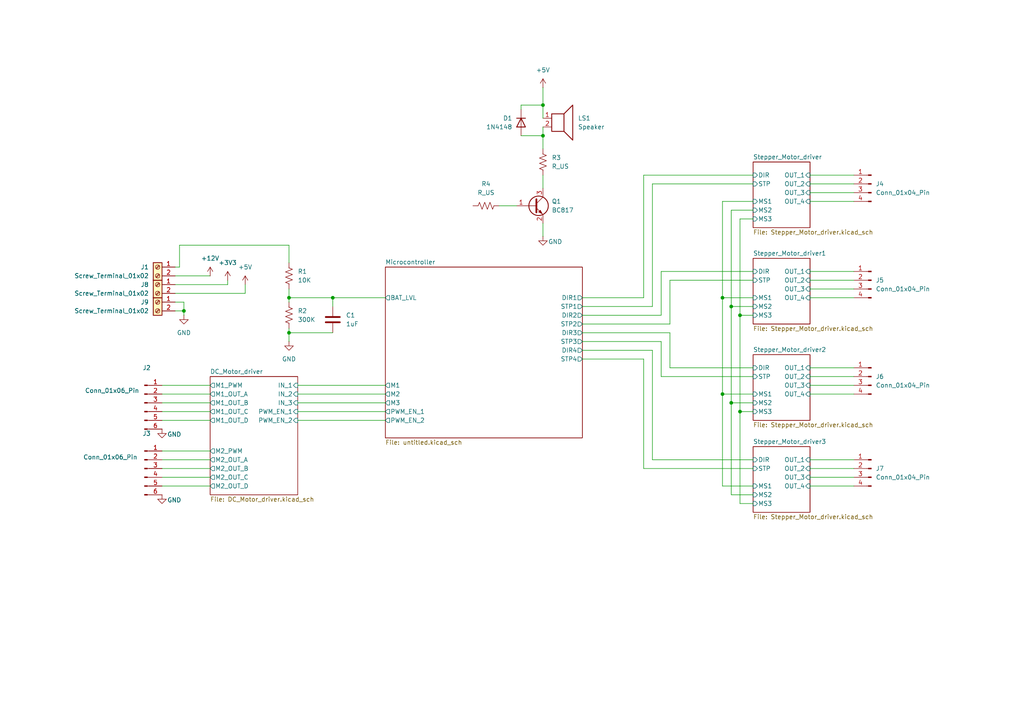
<source format=kicad_sch>
(kicad_sch (version 20250114) (generator "eeschema") (generator_version "9.0")
  (paper "A4")
  (lib_symbols
    (symbol "Connector:Conn_01x04_Pin" (pin_names (offset 1.016) (hide yes))
      (property "Reference" "J" (at 0 5.08 0))
      (property "Value" "Conn_01x04_Pin" (at 0 -7.62 0))
      (symbol "Conn_01x04_Pin_1_1"
        (rectangle (start 0.8636 2.667) (end 0 2.413) (stroke (width 0.1524)) (fill (type outline)))
        (rectangle (start 0.8636 0.127) (end 0 -0.127) (stroke (width 0.1524)) (fill (type outline)))
        (rectangle (start 0.8636 -2.413) (end 0 -2.667) (stroke (width 0.1524)) (fill (type outline)))
        (rectangle (start 0.8636 -4.953) (end 0 -5.207) (stroke (width 0.1524)) (fill (type outline)))
        (polyline (pts (xy 1.27 2.54) (xy 0.8636 2.54)) (stroke (width 0.1524)))
        (polyline (pts (xy 1.27 0) (xy 0.8636 0)) (stroke (width 0.1524)))
        (polyline (pts (xy 1.27 -2.54) (xy 0.8636 -2.54)) (stroke (width 0.1524)))
        (polyline (pts (xy 1.27 -5.08) (xy 0.8636 -5.08)) (stroke (width 0.1524)))
        (pin passive line (at 5.08 2.54 180) (length 3.81) (name "Pin_1") (number "1"))
        (pin passive line (at 5.08 0 180) (length 3.81) (name "Pin_2") (number "2"))
        (pin passive line (at 5.08 -2.54 180) (length 3.81) (name "Pin_3") (number "3"))
        (pin passive line (at 5.08 -5.08 180) (length 3.81) (name "Pin_4") (number "4"))
      )
    )
    (symbol "Connector:Conn_01x06_Pin" (pin_names (offset 1.016) (hide yes))
      (property "Reference" "J" (at 0 7.62 0))
      (property "Value" "Conn_01x06_Pin" (at 0 -10.16 0))
      (symbol "Conn_01x06_Pin_1_1"
        (rectangle (start 0.8636 5.207) (end 0 4.953) (stroke (width 0.1524)) (fill (type outline)))
        (rectangle (start 0.8636 2.667) (end 0 2.413) (stroke (width 0.1524)) (fill (type outline)))
        (rectangle (start 0.8636 0.127) (end 0 -0.127) (stroke (width 0.1524)) (fill (type outline)))
        (rectangle (start 0.8636 -2.413) (end 0 -2.667) (stroke (width 0.1524)) (fill (type outline)))
        (rectangle (start 0.8636 -4.953) (end 0 -5.207) (stroke (width 0.1524)) (fill (type outline)))
        (rectangle (start 0.8636 -7.493) (end 0 -7.747) (stroke (width 0.1524)) (fill (type outline)))
        (polyline (pts (xy 1.27 5.08) (xy 0.8636 5.08)) (stroke (width 0.1524)))
        (polyline (pts (xy 1.27 2.54) (xy 0.8636 2.54)) (stroke (width 0.1524)))
        (polyline (pts (xy 1.27 0) (xy 0.8636 0)) (stroke (width 0.1524)))
        (polyline (pts (xy 1.27 -2.54) (xy 0.8636 -2.54)) (stroke (width 0.1524)))
        (polyline (pts (xy 1.27 -5.08) (xy 0.8636 -5.08)) (stroke (width 0.1524)))
        (polyline (pts (xy 1.27 -7.62) (xy 0.8636 -7.62)) (stroke (width 0.1524)))
        (pin passive line (at 5.08 5.08 180) (length 3.81) (name "Pin_1") (number "1"))
        (pin passive line (at 5.08 2.54 180) (length 3.81) (name "Pin_2") (number "2"))
        (pin passive line (at 5.08 0 180) (length 3.81) (name "Pin_3") (number "3"))
        (pin passive line (at 5.08 -2.54 180) (length 3.81) (name "Pin_4") (number "4"))
        (pin passive line (at 5.08 -5.08 180) (length 3.81) (name "Pin_5") (number "5"))
        (pin passive line (at 5.08 -7.62 180) (length 3.81) (name "Pin_6") (number "6"))
      )
    )
    (symbol "Connector:Screw_Terminal_01x02" (pin_names (offset 1.016) (hide yes))
      (property "Reference" "J" (at 0 2.54 0))
      (property "Value" "Screw_Terminal_01x02" (at 0 -5.08 0))
      (symbol "Screw_Terminal_01x02_1_1"
        (rectangle (start -1.27 1.27) (end 1.27 -3.81) (stroke (width 0.254)) (fill (type background)))
        (polyline (pts (xy -0.5334 0.3302) (xy 0.3302 -0.508)) (stroke (width 0.1524)))
        (polyline (pts (xy -0.5334 -2.2098) (xy 0.3302 -3.048)) (stroke (width 0.1524)))
        (polyline (pts (xy -0.3556 0.508) (xy 0.508 -0.3302)) (stroke (width 0.1524)))
        (polyline (pts (xy -0.3556 -2.032) (xy 0.508 -2.8702)) (stroke (width 0.1524)))
        (circle (center 0 0) (radius 0.635) (stroke (width 0.1524)))
        (circle (center 0 -2.54) (radius 0.635) (stroke (width 0.1524)))
        (pin passive line (at -5.08 0 0) (length 3.81) (name "Pin_1") (number "1"))
        (pin passive line (at -5.08 -2.54 0) (length 3.81) (name "Pin_2") (number "2"))
      )
    )
    (symbol "Device:C" (pin_numbers (hide yes)) (pin_names (offset 0.254))
      (property "Reference" "C" (at 0.635 2.54 0))
      (property "Value" "C" (at 0.635 -2.54 0))
      (symbol "C_0_1"
        (polyline (pts (xy -2.032 0.762) (xy 2.032 0.762)) (stroke (width 0.508)))
        (polyline (pts (xy -2.032 -0.762) (xy 2.032 -0.762)) (stroke (width 0.508)))
      )
      (symbol "C_1_1"
        (pin passive line (at 0 3.81 270) (length 2.794) (name "~") (number "1"))
        (pin passive line (at 0 -3.81 90) (length 2.794) (name "~") (number "2"))
      )
    )
    (symbol "Device:R_US" (pin_numbers (hide yes)) (pin_names (offset 0))
      (property "Reference" "R" (at 2.54 0 90))
      (property "Value" "R_US" (at -2.54 0 90))
      (symbol "R_US_0_1"
        (polyline (pts (xy 0 2.286) (xy 0 2.54)))
        (polyline (pts (xy 0 2.286) (xy 1.016 1.905) (xy 0 1.524) (xy -1.016 1.143) (xy 0 0.762)))
        (polyline (pts (xy 0 0.762) (xy 1.016 0.381) (xy 0 0) (xy -1.016 -0.381) (xy 0 -0.762)))
        (polyline (pts (xy 0 -0.762) (xy 1.016 -1.143) (xy 0 -1.524) (xy -1.016 -1.905) (xy 0 -2.286)))
        (polyline (pts (xy 0 -2.286) (xy 0 -2.54)))
      )
      (symbol "R_US_1_1"
        (pin passive line (at 0 3.81 270) (length 1.27) (name "~") (number "1"))
        (pin passive line (at 0 -3.81 90) (length 1.27) (name "~") (number "2"))
      )
    )
    (symbol "Device:Speaker" (pin_names (offset 0) (hide yes))
      (property "Reference" "LS" (at 1.27 5.715 0))
      (property "Value" "Speaker" (at 1.27 3.81 0))
      (symbol "Speaker_0_0"
        (rectangle (start -2.54 1.27) (end 1.016 -3.81) (stroke (width 0.254)))
        (polyline (pts (xy 1.016 1.27) (xy 3.556 3.81) (xy 3.556 -6.35) (xy 1.016 -3.81)) (stroke (width 0.254)))
      )
      (symbol "Speaker_1_1"
        (pin input line (at -5.08 0 0) (length 2.54) (name "1") (number "1"))
        (pin input line (at -5.08 -2.54 0) (length 2.54) (name "2") (number "2"))
      )
    )
    (symbol "Diode:1N4148" (pin_numbers (hide yes)) (pin_names (hide yes))
      (property "Reference" "D" (at 0 2.54 0))
      (property "Value" "1N4148" (at 0 -2.54 0))
      (symbol "1N4148_0_1"
        (polyline (pts (xy -1.27 1.27) (xy -1.27 -1.27)) (stroke (width 0.254)))
        (polyline (pts (xy 1.27 1.27) (xy 1.27 -1.27) (xy -1.27 0) (xy 1.27 1.27)) (stroke (width 0.254)))
        (polyline (pts (xy 1.27 0) (xy -1.27 0)))
      )
      (symbol "1N4148_1_1"
        (pin passive line (at -3.81 0 0) (length 2.54) (name "K") (number "1"))
        (pin passive line (at 3.81 0 180) (length 2.54) (name "A") (number "2"))
      )
    )
    (symbol "Transistor_BJT:BC817" (pin_names (offset 0) (hide yes))
      (property "Reference" "Q" (at 5.08 1.905 0))
      (property "Value" "BC817" (at 5.08 0 0))
      (symbol "BC817_0_1"
        (polyline (pts (xy -2.54 0) (xy 0.635 0)))
        (polyline (pts (xy 0.635 1.905) (xy 0.635 -1.905)) (stroke (width 0.508)))
        (circle (center 1.27 0) (radius 2.8194) (stroke (width 0.254)))
      )
      (symbol "BC817_1_1"
        (polyline (pts (xy 0.635 0.635) (xy 2.54 2.54)))
        (polyline (pts (xy 0.635 -0.635) (xy 2.54 -2.54)))
        (polyline (pts (xy 1.27 -1.778) (xy 1.778 -1.27) (xy 2.286 -2.286) (xy 1.27 -1.778)) (fill (type outline)))
        (pin input line (at -5.08 0 0) (length 2.54) (name "B") (number "1"))
        (pin passive line (at 2.54 5.08 270) (length 2.54) (name "C") (number "3"))
        (pin passive line (at 2.54 -5.08 90) (length 2.54) (name "E") (number "2"))
      )
    )
    (symbol "power:+12V" (power) (pin_numbers (hide yes)) (pin_names (offset 0) (hide yes))
      (property "Value" "+12V" (at 0 3.556 0))
      (symbol "+12V_0_1"
        (polyline (pts (xy -0.762 1.27) (xy 0 2.54)))
        (polyline (pts (xy 0 2.54) (xy 0.762 1.27)))
        (polyline (pts (xy 0 0) (xy 0 2.54)))
      )
      (symbol "+12V_1_1"
        (pin power_in line (at 0 0 90) (length 0) (name "~") (number "1"))
      )
    )
    (symbol "power:+3V3" (power) (pin_numbers (hide yes)) (pin_names (offset 0) (hide yes))
      (property "Value" "+3V3" (at 0 3.556 0))
      (symbol "+3V3_0_1"
        (polyline (pts (xy -0.762 1.27) (xy 0 2.54)))
        (polyline (pts (xy 0 2.54) (xy 0.762 1.27)))
        (polyline (pts (xy 0 0) (xy 0 2.54)))
      )
      (symbol "+3V3_1_1"
        (pin power_in line (at 0 0 90) (length 0) (name "~") (number "1"))
      )
    )
    (symbol "power:+5V" (power) (pin_numbers (hide yes)) (pin_names (offset 0) (hide yes))
      (property "Value" "+5V" (at 0 3.556 0))
      (symbol "+5V_0_1"
        (polyline (pts (xy -0.762 1.27) (xy 0 2.54)))
        (polyline (pts (xy 0 2.54) (xy 0.762 1.27)))
        (polyline (pts (xy 0 0) (xy 0 2.54)))
      )
      (symbol "+5V_1_1"
        (pin power_in line (at 0 0 90) (length 0) (name "~") (number "1"))
      )
    )
    (symbol "power:GND" (power) (pin_numbers (hide yes)) (pin_names (offset 0) (hide yes))
      (property "Value" "GND" (at 0 -3.81 0))
      (symbol "GND_0_1"
        (polyline (pts (xy 0 0) (xy 0 -1.27) (xy 1.27 -1.27) (xy 0 -2.54) (xy -1.27 -1.27) (xy 0 -1.27)))
      )
      (symbol "GND_1_1"
        (pin power_in line (at 0 0 270) (length 0) (name "~") (number "1"))
      )
    )
  )
  (junction (at 214.63 91.44))
  (junction (at 214.63 119.38))
  (junction (at 209.55 86.36))
  (junction (at 96.52 86.36))
  (junction (at 157.48 30.48))
  (junction (at 157.48 39.37))
  (junction (at 83.82 86.36))
  (junction (at 212.09 88.9))
  (junction (at 83.82 96.52))
  (junction (at 209.55 114.3))
  (junction (at 53.34 90.17))
  (junction (at 212.09 116.84))
  (wire (pts (xy 209.55 86.36) (xy 209.55 114.3)))
  (wire (pts (xy 234.95 140.97) (xy 247.65 140.97)))
  (wire (pts (xy 71.12 82.55) (xy 71.12 85.09)))
  (wire (pts (xy 209.55 58.42) (xy 209.55 86.36)))
  (wire (pts (xy 157.48 39.37) (xy 157.48 36.83)))
  (wire (pts (xy 168.91 86.36) (xy 186.69 86.36)))
  (wire (pts (xy 96.52 86.36) (xy 83.82 86.36)))
  (wire (pts (xy 168.91 91.44) (xy 191.77 91.44)))
  (wire (pts (xy 234.95 106.68) (xy 247.65 106.68)))
  (wire (pts (xy 83.82 83.82) (xy 83.82 86.36)))
  (wire (pts (xy 50.8 87.63) (xy 53.34 87.63)))
  (wire (pts (xy 194.31 81.28) (xy 218.44 81.28)))
  (wire (pts (xy 52.07 77.47) (xy 50.8 77.47)))
  (wire (pts (xy 52.07 71.12) (xy 52.07 77.47)))
  (wire (pts (xy 60.96 121.92) (xy 46.99 121.92)))
  (wire (pts (xy 144.78 59.69) (xy 149.86 59.69)))
  (wire (pts (xy 151.13 39.37) (xy 157.48 39.37)))
  (wire (pts (xy 189.23 88.9) (xy 189.23 53.34)))
  (wire (pts (xy 86.36 114.3) (xy 111.76 114.3)))
  (wire (pts (xy 234.95 55.88) (xy 247.65 55.88)))
  (wire (pts (xy 214.63 119.38) (xy 214.63 91.44)))
  (wire (pts (xy 218.44 58.42) (xy 209.55 58.42)))
  (wire (pts (xy 234.95 78.74) (xy 247.65 78.74)))
  (wire (pts (xy 218.44 135.89) (xy 186.69 135.89)))
  (wire (pts (xy 66.04 82.55) (xy 66.04 81.28)))
  (wire (pts (xy 212.09 143.51) (xy 218.44 143.51)))
  (wire (pts (xy 50.8 82.55) (xy 66.04 82.55)))
  (wire (pts (xy 234.95 50.8) (xy 247.65 50.8)))
  (wire (pts (xy 212.09 88.9) (xy 218.44 88.9)))
  (wire (pts (xy 96.52 88.9) (xy 96.52 86.36)))
  (wire (pts (xy 234.95 109.22) (xy 247.65 109.22)))
  (wire (pts (xy 191.77 99.06) (xy 168.91 99.06)))
  (wire (pts (xy 234.95 58.42) (xy 247.65 58.42)))
  (wire (pts (xy 157.48 30.48) (xy 151.13 30.48)))
  (wire (pts (xy 234.95 133.35) (xy 247.65 133.35)))
  (wire (pts (xy 214.63 91.44) (xy 218.44 91.44)))
  (wire (pts (xy 194.31 106.68) (xy 218.44 106.68)))
  (wire (pts (xy 60.96 119.38) (xy 46.99 119.38)))
  (wire (pts (xy 50.8 80.01) (xy 60.96 80.01)))
  (wire (pts (xy 83.82 86.36) (xy 83.82 87.63)))
  (wire (pts (xy 234.95 111.76) (xy 247.65 111.76)))
  (wire (pts (xy 212.09 116.84) (xy 212.09 143.51)))
  (wire (pts (xy 83.82 95.25) (xy 83.82 96.52)))
  (wire (pts (xy 86.36 119.38) (xy 111.76 119.38)))
  (wire (pts (xy 186.69 50.8) (xy 218.44 50.8)))
  (wire (pts (xy 191.77 91.44) (xy 191.77 78.74)))
  (wire (pts (xy 86.36 116.84) (xy 111.76 116.84)))
  (wire (pts (xy 60.96 135.89) (xy 46.99 135.89)))
  (wire (pts (xy 157.48 25.4) (xy 157.48 30.48)))
  (wire (pts (xy 60.96 111.76) (xy 46.99 111.76)))
  (wire (pts (xy 194.31 96.52) (xy 194.31 106.68)))
  (wire (pts (xy 209.55 86.36) (xy 218.44 86.36)))
  (wire (pts (xy 234.95 83.82) (xy 247.65 83.82)))
  (wire (pts (xy 50.8 85.09) (xy 71.12 85.09)))
  (wire (pts (xy 83.82 96.52) (xy 83.82 99.06)))
  (wire (pts (xy 60.96 114.3) (xy 46.99 114.3)))
  (wire (pts (xy 86.36 121.92) (xy 111.76 121.92)))
  (wire (pts (xy 218.44 109.22) (xy 191.77 109.22)))
  (wire (pts (xy 60.96 130.81) (xy 46.99 130.81)))
  (wire (pts (xy 209.55 114.3) (xy 218.44 114.3)))
  (wire (pts (xy 212.09 60.96) (xy 218.44 60.96)))
  (wire (pts (xy 218.44 63.5) (xy 214.63 63.5)))
  (wire (pts (xy 60.96 138.43) (xy 46.99 138.43)))
  (wire (pts (xy 168.91 88.9) (xy 189.23 88.9)))
  (wire (pts (xy 86.36 111.76) (xy 111.76 111.76)))
  (wire (pts (xy 234.95 86.36) (xy 247.65 86.36)))
  (wire (pts (xy 189.23 101.6) (xy 189.23 133.35)))
  (wire (pts (xy 212.09 88.9) (xy 212.09 116.84)))
  (wire (pts (xy 186.69 135.89) (xy 186.69 104.14)))
  (wire (pts (xy 234.95 114.3) (xy 247.65 114.3)))
  (wire (pts (xy 212.09 60.96) (xy 212.09 88.9)))
  (wire (pts (xy 83.82 71.12) (xy 83.82 76.2)))
  (wire (pts (xy 83.82 71.12) (xy 52.07 71.12)))
  (wire (pts (xy 96.52 86.36) (xy 111.76 86.36)))
  (wire (pts (xy 53.34 90.17) (xy 53.34 91.44)))
  (wire (pts (xy 96.52 96.52) (xy 83.82 96.52)))
  (wire (pts (xy 194.31 93.98) (xy 194.31 81.28)))
  (wire (pts (xy 234.95 135.89) (xy 247.65 135.89)))
  (wire (pts (xy 214.63 146.05) (xy 214.63 119.38)))
  (wire (pts (xy 209.55 140.97) (xy 218.44 140.97)))
  (wire (pts (xy 157.48 34.29) (xy 157.48 30.48)))
  (wire (pts (xy 60.96 140.97) (xy 46.99 140.97)))
  (wire (pts (xy 234.95 81.28) (xy 247.65 81.28)))
  (wire (pts (xy 60.96 116.84) (xy 46.99 116.84)))
  (wire (pts (xy 191.77 109.22) (xy 191.77 99.06)))
  (wire (pts (xy 234.95 138.43) (xy 247.65 138.43)))
  (wire (pts (xy 214.63 63.5) (xy 214.63 91.44)))
  (wire (pts (xy 186.69 104.14) (xy 168.91 104.14)))
  (wire (pts (xy 168.91 96.52) (xy 194.31 96.52)))
  (wire (pts (xy 53.34 87.63) (xy 53.34 90.17)))
  (wire (pts (xy 212.09 116.84) (xy 218.44 116.84)))
  (wire (pts (xy 218.44 146.05) (xy 214.63 146.05)))
  (wire (pts (xy 157.48 50.8) (xy 157.48 54.61)))
  (wire (pts (xy 234.95 53.34) (xy 247.65 53.34)))
  (wire (pts (xy 168.91 93.98) (xy 194.31 93.98)))
  (wire (pts (xy 209.55 140.97) (xy 209.55 114.3)))
  (wire (pts (xy 50.8 90.17) (xy 53.34 90.17)))
  (wire (pts (xy 189.23 53.34) (xy 218.44 53.34)))
  (wire (pts (xy 191.77 78.74) (xy 218.44 78.74)))
  (wire (pts (xy 157.48 39.37) (xy 157.48 43.18)))
  (wire (pts (xy 168.91 101.6) (xy 189.23 101.6)))
  (wire (pts (xy 151.13 30.48) (xy 151.13 31.75)))
  (wire (pts (xy 186.69 86.36) (xy 186.69 50.8)))
  (wire (pts (xy 157.48 64.77) (xy 157.48 68.58)))
  (wire (pts (xy 60.96 133.35) (xy 46.99 133.35)))
  (wire (pts (xy 218.44 119.38) (xy 214.63 119.38)))
  (wire (pts (xy 189.23 133.35) (xy 218.44 133.35)))
  (symbol (lib_id "Connector:Conn_01x06_Pin") (at 41.91 135.89 0) (unit 1)
    (property "Reference" "J3" (at 42.545 125.73 0))
    (property "Value" "Conn_01x06_Pin" (at 32.004 132.588 0))
    (property "Description" "Generic connector, single row, 01x06, script generated" (effects (hide yes)))
  )
  (symbol (lib_id "power:GND") (at 46.99 124.46 0) (mirror y) (unit 1)
    (property "Reference" "#PWR08" (effects (hide yes)))
    (property "Value" "GND" (at 50.546 125.984 0))
    (property "Description" "Power symbol creates a global label with name \"GND\" , ground" (effects (hide yes)))
  )
  (symbol (lib_id "power:+5V") (at 157.48 25.4 0) (unit 1)
    (property "Reference" "#PWR04" (effects (hide yes)))
    (property "Value" "+5V" (at 157.48 20.32 0))
    (property "Description" "Power symbol creates a global label with name \"+5V\"" (effects (hide yes)))
  )
  (symbol (lib_id "Transistor_BJT:BC817") (at 154.94 59.69 0) (unit 1)
    (property "Reference" "Q1" (at 160.02 58.4199 0) (effects (justify left)))
    (property "Value" "BC817" (at 160.02 60.9599 0) (effects (justify left)))
    (property "Footprint" "Package_TO_SOT_SMD:SOT-23" (effects (hide yes)))
    (property "Datasheet" "https://www.onsemi.com/pub/Collateral/BC818-D.pdf" (effects (hide yes)))
    (property "Description" "0.8A Ic, 45V Vce, NPN Transistor, SOT-23" (effects (hide yes)))
  )
  (symbol (lib_id "power:+3V3") (at 66.04 81.28 0) (unit 1)
    (property "Reference" "#PWR02" (effects (hide yes)))
    (property "Value" "+3V3" (at 66.04 76.2 0))
    (property "Description" "Power symbol creates a global label with name \"+3V3\"" (effects (hide yes)))
  )
  (symbol (lib_id "power:GND") (at 157.48 68.58 0) (mirror y) (unit 1)
    (property "Reference" "#PWR024" (effects (hide yes)))
    (property "Value" "GND" (at 161.036 70.104 0))
    (property "Description" "Power symbol creates a global label with name \"GND\" , ground" (effects (hide yes)))
  )
  (symbol (lib_id "power:GND") (at 53.34 91.44 0) (unit 1)
    (property "Reference" "#PWR06" (effects (hide yes)))
    (property "Value" "GND" (at 53.34 96.52 0))
    (property "Description" "Power symbol creates a global label with name \"GND\" , ground" (effects (hide yes)))
  )
  (symbol (lib_id "Device:R_US") (at 157.48 46.99 0) (unit 1)
    (property "Reference" "R3" (at 160.02 45.7199 0) (effects (justify left)))
    (property "Value" "R_US" (at 160.02 48.2599 0) (effects (justify left)))
    (property "Description" "Resistor, US symbol" (effects (hide yes)))
  )
  (symbol (lib_id "power:+5V") (at 71.12 82.55 0) (unit 1)
    (property "Reference" "#PWR03" (effects (hide yes)))
    (property "Value" "+5V" (at 71.12 77.47 0))
    (property "Description" "Power symbol creates a global label with name \"+5V\"" (effects (hide yes)))
  )
  (symbol (lib_id "Connector:Conn_01x04_Pin") (at 252.73 109.22 0) (mirror y) (unit 1)
    (property "Reference" "J6" (at 254 109.2199 0) (effects (justify right)))
    (property "Value" "Conn_01x04_Pin" (at 254 111.7599 0) (effects (justify right)))
    (property "Description" "Generic connector, single row, 01x04, script generated" (effects (hide yes)))
  )
  (symbol (lib_id "Connector:Screw_Terminal_01x02") (at 45.72 77.47 0) (mirror y) (unit 1)
    (property "Reference" "J1" (at 43.18 77.4699 0) (effects (justify left)))
    (property "Value" "Screw_Terminal_01x02" (at 43.18 80.0099 0) (effects (justify left)))
    (property "Description" "Generic screw terminal, single row, 01x02, script generated (kicad-library-utils/schlib/autogen/connector/)" (effects (hide yes)))
  )
  (symbol (lib_id "Device:R_US") (at 140.97 59.69 90) (unit 1)
    (property "Reference" "R4" (at 140.97 53.34 90))
    (property "Value" "R_US" (at 140.97 55.88 90))
    (property "Description" "Resistor, US symbol" (effects (hide yes)))
  )
  (symbol (lib_id "Device:R_US") (at 83.82 80.01 0) (unit 1)
    (property "Reference" "R1" (at 86.36 78.7399 0) (effects (justify left)))
    (property "Value" "10K" (at 86.36 81.2799 0) (effects (justify left)))
    (property "Description" "Resistor, US symbol" (effects (hide yes)))
  )
  (symbol (lib_id "Connector:Conn_01x04_Pin") (at 252.73 81.28 0) (mirror y) (unit 1)
    (property "Reference" "J5" (at 254 81.2799 0) (effects (justify right)))
    (property "Value" "Conn_01x04_Pin" (at 254 83.8199 0) (effects (justify right)))
    (property "Description" "Generic connector, single row, 01x04, script generated" (effects (hide yes)))
  )
  (symbol (lib_id "power:+12V") (at 60.96 80.01 0) (unit 1)
    (property "Reference" "#PWR01" (effects (hide yes)))
    (property "Value" "+12V" (at 60.96 74.93 0))
    (property "Description" "Power symbol creates a global label with name \"+12V\"" (effects (hide yes)))
  )
  (symbol (lib_id "Connector:Screw_Terminal_01x02") (at 45.72 82.55 0) (mirror y) (unit 1)
    (property "Reference" "J8" (at 43.18 82.5499 0) (effects (justify left)))
    (property "Value" "Screw_Terminal_01x02" (at 43.18 85.0899 0) (effects (justify left)))
    (property "Description" "Generic screw terminal, single row, 01x02, script generated (kicad-library-utils/schlib/autogen/connector/)" (effects (hide yes)))
  )
  (symbol (lib_id "Device:R_US") (at 83.82 91.44 0) (unit 1)
    (property "Reference" "R2" (at 86.36 90.1699 0) (effects (justify left)))
    (property "Value" "300K" (at 86.36 92.7099 0) (effects (justify left)))
    (property "Description" "Resistor, US symbol" (effects (hide yes)))
  )
  (symbol (lib_id "Connector:Conn_01x04_Pin") (at 252.73 53.34 0) (mirror y) (unit 1)
    (property "Reference" "J4" (at 254 53.3399 0) (effects (justify right)))
    (property "Value" "Conn_01x04_Pin" (at 254 55.8799 0) (effects (justify right)))
    (property "Description" "Generic connector, single row, 01x04, script generated" (effects (hide yes)))
  )
  (symbol (lib_id "Connector:Conn_01x04_Pin") (at 252.73 135.89 0) (mirror y) (unit 1)
    (property "Reference" "J7" (at 254 135.8899 0) (effects (justify right)))
    (property "Value" "Conn_01x04_Pin" (at 254 138.4299 0) (effects (justify right)))
    (property "Description" "Generic connector, single row, 01x04, script generated" (effects (hide yes)))
  )
  (symbol (lib_id "Device:Speaker") (at 162.56 34.29 0) (unit 1)
    (property "Reference" "LS1" (at 167.64 34.2899 0) (effects (justify left)))
    (property "Value" "Speaker" (at 167.64 36.8299 0) (effects (justify left)))
    (property "Description" "Speaker" (effects (hide yes)))
  )
  (symbol (lib_id "power:GND") (at 46.99 143.51 0) (mirror y) (unit 1)
    (property "Reference" "#PWR023" (effects (hide yes)))
    (property "Value" "GND" (at 50.546 145.034 0))
    (property "Description" "Power symbol creates a global label with name \"GND\" , ground" (effects (hide yes)))
  )
  (symbol (lib_id "power:GND") (at 83.82 99.06 0) (unit 1)
    (property "Reference" "#PWR05" (effects (hide yes)))
    (property "Value" "GND" (at 83.82 104.14 0))
    (property "Description" "Power symbol creates a global label with name \"GND\" , ground" (effects (hide yes)))
  )
  (symbol (lib_id "Connector:Conn_01x06_Pin") (at 41.91 116.84 0) (unit 1)
    (property "Reference" "J2" (at 42.545 106.68 0))
    (property "Value" "Conn_01x06_Pin" (at 32.512 113.284 0))
    (property "Description" "Generic connector, single row, 01x06, script generated" (effects (hide yes)))
  )
  (symbol (lib_id "Diode:1N4148") (at 151.13 35.56 90) (mirror x) (unit 1)
    (property "Reference" "D1" (at 148.59 34.2899 90) (effects (justify left)))
    (property "Value" "1N4148" (at 148.59 36.8299 90) (effects (justify left)))
    (property "Footprint" "Diode_THT:D_DO-35_SOD27_P7.62mm_Horizontal" (effects (hide yes)))
    (property "Datasheet" "https://assets.nexperia.com/documents/data-sheet/1N4148_1N4448.pdf" (effects (hide yes)))
    (property "Description" "100V 0.15A standard switching diode, DO-35" (effects (hide yes)))
    (property "Sim.Device" "D" (effects (hide yes)))
    (property "Sim.Pins" "1=K 2=A" (effects (hide yes)))
  )
  (symbol (lib_id "Connector:Screw_Terminal_01x02") (at 45.72 87.63 0) (mirror y) (unit 1)
    (property "Reference" "J9" (at 43.18 87.6299 0) (effects (justify left)))
    (property "Value" "Screw_Terminal_01x02" (at 43.18 90.1699 0) (effects (justify left)))
    (property "Description" "Generic screw terminal, single row, 01x02, script generated (kicad-library-utils/schlib/autogen/connector/)" (effects (hide yes)))
  )
  (symbol (lib_id "Device:C") (at 96.52 92.71 0) (unit 1)
    (property "Reference" "C1" (at 100.33 91.4399 0) (effects (justify left)))
    (property "Value" "1uF" (at 100.33 93.9799 0) (effects (justify left)))
    (property "Description" "Unpolarized capacitor" (effects (hide yes)))
  )
  (sheet (at 111.76 77.47) (size 57.15 49.53) (stroke (width 0.1524))
    (property "Sheetname" "Microcontroller" (at 111.76 76.7584 0) (effects (justify left bottom)))
    (property "Sheetfile" "untitled.kicad_sch" (at 111.76 127.5846 0) (effects (justify left top)))
    (pin "DIR3" output (at 168.91 96.52 0))
    (pin "DIR1" output (at 168.91 86.36 0))
    (pin "DIR2" output (at 168.91 91.44 0))
    (pin "DIR4" output (at 168.91 101.6 0))
    (pin "STP1" output (at 168.91 88.9 0))
    (pin "STP2" output (at 168.91 93.98 0))
    (pin "STP3" output (at 168.91 99.06 0))
    (pin "STP4" output (at 168.91 104.14 0))
    (pin "M1" output (at 111.76 111.76 180))
    (pin "M2" output (at 111.76 114.3 180))
    (pin "M3" output (at 111.76 116.84 180))
    (pin "BAT_LVL" output (at 111.76 86.36 180))
    (pin "PWM_EN_1" output (at 111.76 119.38 180))
    (pin "PWM_EN_2" output (at 111.76 121.92 180))
  )
  (sheet (at 218.44 129.54) (size 16.51 19.05) (stroke (width 0.1524))
    (property "Sheetname" "Stepper_Motor_driver3" (at 218.44 128.8284 0) (effects (justify left bottom)))
    (property "Sheetfile" "Stepper_Motor_driver.kicad_sch" (at 218.44 149.1746 0) (effects (justify left top)))
    (pin "DIR" input (at 218.44 133.35 180))
    (pin "STP" input (at 218.44 135.89 180))
    (pin "OUT_1" input (at 234.95 133.35 0))
    (pin "OUT_2" input (at 234.95 135.89 0))
    (pin "OUT_3" input (at 234.95 138.43 0))
    (pin "OUT_4" input (at 234.95 140.97 0))
    (pin "MS2" input (at 218.44 143.51 180))
    (pin "MS3" input (at 218.44 146.05 180))
    (pin "MS1" input (at 218.44 140.97 180))
  )
  (sheet (at 218.44 102.87) (size 16.51 19.05) (stroke (width 0.1524))
    (property "Sheetname" "Stepper_Motor_driver2" (at 218.44 102.1584 0) (effects (justify left bottom)))
    (property "Sheetfile" "Stepper_Motor_driver.kicad_sch" (at 218.44 122.5046 0) (effects (justify left top)))
    (pin "DIR" input (at 218.44 106.68 180))
    (pin "STP" input (at 218.44 109.22 180))
    (pin "OUT_1" input (at 234.95 106.68 0))
    (pin "OUT_2" input (at 234.95 109.22 0))
    (pin "OUT_3" input (at 234.95 111.76 0))
    (pin "OUT_4" input (at 234.95 114.3 0))
    (pin "MS1" input (at 218.44 114.3 180))
    (pin "MS2" input (at 218.44 116.84 180))
    (pin "MS3" input (at 218.44 119.38 180))
  )
  (sheet (at 60.96 109.22) (size 25.4 34.29) (stroke (width 0.1524))
    (property "Sheetname" "DC_Motor_driver" (at 60.96 108.5084 0) (effects (justify left bottom)))
    (property "Sheetfile" "DC_Motor_driver.kicad_sch" (at 60.96 144.0946 0) (effects (justify left top)))
    (pin "IN_1" input (at 86.36 111.76 0))
    (pin "IN_2" input (at 86.36 114.3 0))
    (pin "IN_3" input (at 86.36 116.84 0))
    (pin "M1_OUT_A" output (at 60.96 114.3 180))
    (pin "M1_OUT_B" output (at 60.96 116.84 180))
    (pin "M1_OUT_C" output (at 60.96 119.38 180))
    (pin "M1_OUT_D" output (at 60.96 121.92 180))
    (pin "M2_OUT_A" output (at 60.96 133.35 180))
    (pin "M2_OUT_B" output (at 60.96 135.89 180))
    (pin "M2_OUT_C" output (at 60.96 138.43 180))
    (pin "M2_OUT_D" output (at 60.96 140.97 180))
    (pin "M1_PWM" output (at 60.96 111.76 180))
    (pin "M2_PWM" output (at 60.96 130.81 180))
    (pin "PWM_EN_1" input (at 86.36 119.38 0))
    (pin "PWM_EN_2" input (at 86.36 121.92 0))
  )
  (sheet (at 218.44 74.93) (size 16.51 19.05) (stroke (width 0.1524))
    (property "Sheetname" "Stepper_Motor_driver1" (at 218.44 74.2184 0) (effects (justify left bottom)))
    (property "Sheetfile" "Stepper_Motor_driver.kicad_sch" (at 218.44 94.5646 0) (effects (justify left top)))
    (pin "DIR" input (at 218.44 78.74 180))
    (pin "STP" input (at 218.44 81.28 180))
    (pin "OUT_1" input (at 234.95 78.74 0))
    (pin "OUT_2" input (at 234.95 81.28 0))
    (pin "OUT_3" input (at 234.95 83.82 0))
    (pin "OUT_4" input (at 234.95 86.36 0))
    (pin "MS1" input (at 218.44 86.36 180))
    (pin "MS2" input (at 218.44 88.9 180))
    (pin "MS3" input (at 218.44 91.44 180))
  )
  (sheet (at 218.44 46.99) (size 16.51 19.05) (stroke (width 0.1524))
    (property "Sheetname" "Stepper_Motor_driver" (at 218.44 46.2784 0) (effects (justify left bottom)))
    (property "Sheetfile" "Stepper_Motor_driver.kicad_sch" (at 218.44 66.6246 0) (effects (justify left top)))
    (pin "DIR" input (at 218.44 50.8 180))
    (pin "STP" input (at 218.44 53.34 180))
    (pin "OUT_1" input (at 234.95 50.8 0))
    (pin "OUT_2" input (at 234.95 53.34 0))
    (pin "OUT_3" input (at 234.95 55.88 0))
    (pin "OUT_4" input (at 234.95 58.42 0))
    (pin "MS1" input (at 218.44 58.42 180))
    (pin "MS2" input (at 218.44 60.96 180))
    (pin "MS3" input (at 218.44 63.5 180))
  )
)
</source>
